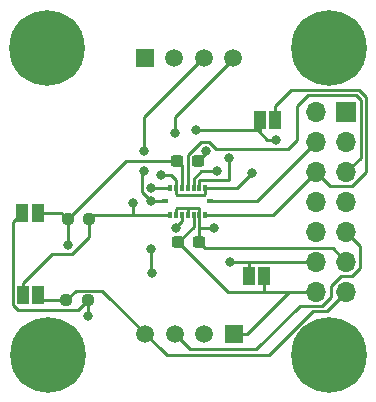
<source format=gbr>
%TF.GenerationSoftware,KiCad,Pcbnew,7.0.9*%
%TF.CreationDate,2024-01-29T17:54:31+11:00*%
%TF.ProjectId,BMI088_IMU_PCB,424d4930-3838-45f4-994d-555f5043422e,rev?*%
%TF.SameCoordinates,Original*%
%TF.FileFunction,Copper,L1,Top*%
%TF.FilePolarity,Positive*%
%FSLAX46Y46*%
G04 Gerber Fmt 4.6, Leading zero omitted, Abs format (unit mm)*
G04 Created by KiCad (PCBNEW 7.0.9) date 2024-01-29 17:54:31*
%MOMM*%
%LPD*%
G01*
G04 APERTURE LIST*
G04 Aperture macros list*
%AMRoundRect*
0 Rectangle with rounded corners*
0 $1 Rounding radius*
0 $2 $3 $4 $5 $6 $7 $8 $9 X,Y pos of 4 corners*
0 Add a 4 corners polygon primitive as box body*
4,1,4,$2,$3,$4,$5,$6,$7,$8,$9,$2,$3,0*
0 Add four circle primitives for the rounded corners*
1,1,$1+$1,$2,$3*
1,1,$1+$1,$4,$5*
1,1,$1+$1,$6,$7*
1,1,$1+$1,$8,$9*
0 Add four rect primitives between the rounded corners*
20,1,$1+$1,$2,$3,$4,$5,0*
20,1,$1+$1,$4,$5,$6,$7,0*
20,1,$1+$1,$6,$7,$8,$9,0*
20,1,$1+$1,$8,$9,$2,$3,0*%
G04 Aperture macros list end*
%TA.AperFunction,ComponentPad*%
%ADD10R,1.508000X1.508000*%
%TD*%
%TA.AperFunction,ComponentPad*%
%ADD11C,1.508000*%
%TD*%
%TA.AperFunction,SMDPad,CuDef*%
%ADD12R,0.350000X0.590000*%
%TD*%
%TA.AperFunction,SMDPad,CuDef*%
%ADD13R,0.590000X0.350000*%
%TD*%
%TA.AperFunction,ComponentPad*%
%ADD14C,6.400000*%
%TD*%
%TA.AperFunction,SMDPad,CuDef*%
%ADD15R,1.000000X1.500000*%
%TD*%
%TA.AperFunction,SMDPad,CuDef*%
%ADD16RoundRect,0.237500X-0.300000X-0.237500X0.300000X-0.237500X0.300000X0.237500X-0.300000X0.237500X0*%
%TD*%
%TA.AperFunction,SMDPad,CuDef*%
%ADD17RoundRect,0.237500X0.250000X0.237500X-0.250000X0.237500X-0.250000X-0.237500X0.250000X-0.237500X0*%
%TD*%
%TA.AperFunction,SMDPad,CuDef*%
%ADD18RoundRect,0.237500X-0.250000X-0.237500X0.250000X-0.237500X0.250000X0.237500X-0.250000X0.237500X0*%
%TD*%
%TA.AperFunction,ComponentPad*%
%ADD19R,1.700000X1.700000*%
%TD*%
%TA.AperFunction,ComponentPad*%
%ADD20O,1.700000X1.700000*%
%TD*%
%TA.AperFunction,ViaPad*%
%ADD21C,0.800000*%
%TD*%
%TA.AperFunction,Conductor*%
%ADD22C,0.250000*%
%TD*%
G04 APERTURE END LIST*
D10*
%TO.P,P1,1,1*%
%TO.N,VCC*%
X71690000Y-67240000D03*
D11*
%TO.P,P1,2,2*%
%TO.N,/SDA{slash}MOSI*%
X69190000Y-67240000D03*
%TO.P,P1,3,3*%
%TO.N,/SCL{slash}SCLK*%
X66690000Y-67240000D03*
%TO.P,P1,4,4*%
%TO.N,GND*%
X64190000Y-67240000D03*
%TD*%
D12*
%TO.P,U1,1,INT2*%
%TO.N,/INT2_A*%
X69300000Y-57190000D03*
%TO.P,U1,2,NC*%
%TO.N,GND*%
X68800000Y-57190000D03*
%TO.P,U1,3,VDD*%
%TO.N,VCC*%
X68300000Y-57190000D03*
%TO.P,U1,4,GNDA*%
%TO.N,GND*%
X67800000Y-57190000D03*
%TO.P,U1,5,CSB2*%
%TO.N,/CS_GYRO*%
X67300000Y-57190000D03*
%TO.P,U1,6,GNDIO*%
%TO.N,GND*%
X66800000Y-57190000D03*
%TO.P,U1,7,PS*%
%TO.N,/PS*%
X66300000Y-57190000D03*
D13*
%TO.P,U1,8,SCL/SCK*%
%TO.N,/SCL{slash}SCLK*%
X65885000Y-56025000D03*
D12*
%TO.P,U1,9,SDA/SDI*%
%TO.N,/SDA{slash}MOSI*%
X66300000Y-54860000D03*
%TO.P,U1,10,SDO2*%
%TO.N,/SDIO{slash}MISO*%
X66800000Y-54860000D03*
%TO.P,U1,11,VDDIO*%
%TO.N,VDDIO*%
X67300000Y-54860000D03*
%TO.P,U1,12,INT3*%
%TO.N,/INT3_G*%
X67800000Y-54860000D03*
%TO.P,U1,13,INT4*%
%TO.N,/INT4_G*%
X68300000Y-54860000D03*
%TO.P,U1,14,CSB1*%
%TO.N,/CS_ACCEL*%
X68800000Y-54860000D03*
%TO.P,U1,15,SDO1*%
%TO.N,/SDIO{slash}MISO*%
X69300000Y-54860000D03*
D13*
%TO.P,U1,16,INT1*%
%TO.N,/INT1_A*%
X69715000Y-56025000D03*
%TD*%
D14*
%TO.P,TH4,4*%
%TO.N,N/C*%
X79756000Y-69000000D03*
%TD*%
%TO.P,TH1,1*%
%TO.N,N/C*%
X55874000Y-43000000D03*
%TD*%
D15*
%TO.P,JP4,1,A*%
%TO.N,/PS*%
X53870000Y-63930000D03*
%TO.P,JP4,2,B*%
%TO.N,GND*%
X55170000Y-63930000D03*
%TD*%
D14*
%TO.P,TH3,3*%
%TO.N,N/C*%
X56000000Y-69000000D03*
%TD*%
D16*
%TO.P,C2,1*%
%TO.N,VDDIO*%
X66937500Y-52575000D03*
%TO.P,C2,2*%
%TO.N,GND*%
X68662500Y-52575000D03*
%TD*%
D17*
%TO.P,R1,1*%
%TO.N,/SDIO{slash}MISO*%
X59357500Y-64405000D03*
%TO.P,R1,2*%
%TO.N,GND*%
X57532500Y-64405000D03*
%TD*%
D15*
%TO.P,JP3,1,A*%
%TO.N,VDDIO*%
X55100000Y-57000000D03*
%TO.P,JP3,2,B*%
%TO.N,/SDIO{slash}MISO*%
X53800000Y-57000000D03*
%TD*%
%TO.P,JP1,1,A*%
%TO.N,VCC*%
X74270000Y-62350000D03*
%TO.P,JP1,2,B*%
%TO.N,VDDIO*%
X72970000Y-62350000D03*
%TD*%
D10*
%TO.P,P2,1,1*%
%TO.N,VCC*%
X64160000Y-43900000D03*
D11*
%TO.P,P2,2,2*%
%TO.N,/SDA{slash}MOSI*%
X66660000Y-43900000D03*
%TO.P,P2,3,3*%
%TO.N,/SCL{slash}SCLK*%
X69160000Y-43900000D03*
%TO.P,P2,4,4*%
%TO.N,GND*%
X71660000Y-43900000D03*
%TD*%
D18*
%TO.P,R2,1*%
%TO.N,VDDIO*%
X57637500Y-57550000D03*
%TO.P,R2,2*%
%TO.N,/PS*%
X59462500Y-57550000D03*
%TD*%
D19*
%TO.P,J1,1,Pin_1*%
%TO.N,/CS_ACCEL*%
X81250000Y-48450000D03*
D20*
%TO.P,J1,2,Pin_2*%
%TO.N,/PS*%
X78710000Y-48450000D03*
%TO.P,J1,3,Pin_3*%
%TO.N,/CS_GYRO*%
X81250000Y-50990000D03*
%TO.P,J1,4,Pin_4*%
%TO.N,/INT1_A*%
X78710000Y-50990000D03*
%TO.P,J1,5,Pin_5*%
%TO.N,/INT3_G*%
X81250000Y-53530000D03*
%TO.P,J1,6,Pin_6*%
%TO.N,/INT2_A*%
X78710000Y-53530000D03*
%TO.P,J1,7,Pin_7*%
%TO.N,/INT4_G*%
X81250000Y-56070000D03*
%TO.P,J1,8,Pin_8*%
%TO.N,/SDIO{slash}MISO*%
X78710000Y-56070000D03*
%TO.P,J1,9,Pin_9*%
%TO.N,/SCL{slash}SCLK*%
X81250000Y-58610000D03*
%TO.P,J1,10,Pin_10*%
%TO.N,/SDA{slash}MOSI*%
X78710000Y-58610000D03*
%TO.P,J1,11,Pin_11*%
%TO.N,GND*%
X81250000Y-61150000D03*
%TO.P,J1,12,Pin_12*%
%TO.N,VDDIO*%
X78710000Y-61150000D03*
%TO.P,J1,13,Pin_13*%
%TO.N,GND*%
X81250000Y-63690000D03*
%TO.P,J1,14,Pin_14*%
%TO.N,VCC*%
X78710000Y-63690000D03*
%TD*%
D16*
%TO.P,C1,1*%
%TO.N,VCC*%
X67012500Y-59450000D03*
%TO.P,C1,2*%
%TO.N,GND*%
X68737500Y-59450000D03*
%TD*%
D14*
%TO.P,TH2,2*%
%TO.N,N/C*%
X79750000Y-43000000D03*
%TD*%
D15*
%TO.P,JP2,1,A*%
%TO.N,/INT2_A*%
X75200000Y-49110000D03*
%TO.P,JP2,2,B*%
%TO.N,/INT4_G*%
X73900000Y-49110000D03*
%TD*%
D21*
%TO.N,GND*%
X70030000Y-58320000D03*
X66720000Y-50230000D03*
X69320000Y-51730000D03*
%TO.N,VDDIO*%
X71400000Y-61190000D03*
X57690000Y-59750000D03*
%TO.N,/INT4_G*%
X75260000Y-50790000D03*
X70250000Y-53490000D03*
X68530000Y-49970000D03*
%TO.N,/SCL{slash}SCLK*%
X64720000Y-60080000D03*
X64750000Y-62110000D03*
X64110000Y-51750000D03*
X64100000Y-53480000D03*
X64730000Y-56020000D03*
%TO.N,/SDA{slash}MOSI*%
X64690000Y-54860000D03*
%TO.N,/SDIO{slash}MISO*%
X73220000Y-53650000D03*
X59390000Y-65730000D03*
X65540000Y-53830000D03*
%TO.N,/PS*%
X63170000Y-56200000D03*
%TO.N,/CS_GYRO*%
X66800000Y-58250000D03*
%TO.N,/CS_ACCEL*%
X71290000Y-52390000D03*
%TD*%
D22*
%TO.N,GND*%
X69320000Y-51730000D02*
X69320000Y-51917500D01*
X74700897Y-69070000D02*
X78455897Y-65315000D01*
X68800000Y-56645000D02*
X68725000Y-56570000D01*
X66720000Y-50230000D02*
X66630000Y-50230000D01*
X68800000Y-58290000D02*
X68800000Y-57190000D01*
X67800000Y-56590000D02*
X67800000Y-57190000D01*
X79625000Y-65315000D02*
X81250000Y-63690000D01*
X66875000Y-56570000D02*
X66800000Y-56645000D01*
X58332500Y-63605000D02*
X60555000Y-63605000D01*
X69960000Y-58290000D02*
X70030000Y-58320000D01*
X68737500Y-59450000D02*
X69262500Y-59975000D01*
X67820000Y-56570000D02*
X67800000Y-56590000D01*
X55645000Y-64405000D02*
X55170000Y-63930000D01*
X69262500Y-59975000D02*
X80075000Y-59975000D01*
X66720000Y-50230000D02*
X66700000Y-50210000D01*
X70020000Y-58290000D02*
X69990000Y-58290000D01*
X66700000Y-48860000D02*
X71610000Y-43950000D01*
X70030000Y-58320000D02*
X70020000Y-58290000D01*
X68737500Y-59450000D02*
X68800000Y-59387500D01*
X69320000Y-51917500D02*
X68662500Y-52575000D01*
X67780000Y-56570000D02*
X66875000Y-56570000D01*
X57532500Y-64405000D02*
X55645000Y-64405000D01*
X80075000Y-59975000D02*
X81250000Y-61150000D01*
X67800000Y-56590000D02*
X67780000Y-56570000D01*
X57532500Y-64405000D02*
X58332500Y-63605000D01*
X60555000Y-63605000D02*
X66020000Y-69070000D01*
X69170000Y-51880000D02*
X69120000Y-51880000D01*
X69320000Y-51730000D02*
X69170000Y-51880000D01*
X78455897Y-65315000D02*
X79625000Y-65315000D01*
X66800000Y-56645000D02*
X66800000Y-57190000D01*
X71610000Y-43950000D02*
X71610000Y-43920000D01*
X68800000Y-58290000D02*
X69960000Y-58290000D01*
X66700000Y-50210000D02*
X66700000Y-48860000D01*
X68800000Y-57190000D02*
X68800000Y-56645000D01*
X66020000Y-69070000D02*
X74700897Y-69070000D01*
X68725000Y-56570000D02*
X67820000Y-56570000D01*
X68800000Y-59387500D02*
X68800000Y-58290000D01*
%TO.N,VCC*%
X74270000Y-62350000D02*
X74270000Y-63680000D01*
X71252500Y-63690000D02*
X67012500Y-59450000D01*
X74270000Y-63680000D02*
X74280000Y-63690000D01*
X68300000Y-57190000D02*
X68300000Y-58162500D01*
X72840000Y-67240000D02*
X76390000Y-63690000D01*
X68300000Y-58162500D02*
X67012500Y-59450000D01*
X78710000Y-63690000D02*
X74280000Y-63690000D01*
X76390000Y-63690000D02*
X78710000Y-63690000D01*
X71460000Y-67240000D02*
X72840000Y-67240000D01*
X74280000Y-63690000D02*
X71252500Y-63690000D01*
X71450000Y-67250000D02*
X71460000Y-67240000D01*
%TO.N,VDDIO*%
X57637500Y-59697500D02*
X57690000Y-59750000D01*
X78710000Y-61140000D02*
X78710000Y-61150000D01*
X72970000Y-62350000D02*
X72970000Y-61180000D01*
X71400000Y-61190000D02*
X71400000Y-61080000D01*
X62612500Y-52575000D02*
X57637500Y-57550000D01*
X67300000Y-52937500D02*
X66937500Y-52575000D01*
X71400000Y-61080000D02*
X71420000Y-61100000D01*
X72940000Y-61150000D02*
X71470000Y-61150000D01*
X66937500Y-52575000D02*
X62612500Y-52575000D01*
X71470000Y-61150000D02*
X71510000Y-61190000D01*
X55100000Y-57000000D02*
X57087500Y-57000000D01*
X67300000Y-54860000D02*
X67300000Y-52937500D01*
X78710000Y-61140000D02*
X78570000Y-61000000D01*
X57087500Y-57000000D02*
X57637500Y-57550000D01*
X72970000Y-61180000D02*
X72940000Y-61150000D01*
X57637500Y-57550000D02*
X57637500Y-59697500D01*
X78710000Y-61150000D02*
X72940000Y-61150000D01*
X71510000Y-61190000D02*
X71400000Y-61190000D01*
%TO.N,/INT2_A*%
X75440000Y-48870000D02*
X75440000Y-48860000D01*
X75050000Y-57190000D02*
X78710000Y-53530000D01*
X82276396Y-46610000D02*
X82890000Y-47223604D01*
X69300000Y-57190000D02*
X75050000Y-57190000D01*
X79885000Y-54705000D02*
X78710000Y-53530000D01*
X75200000Y-49110000D02*
X75440000Y-48870000D01*
X82890000Y-47223604D02*
X82890000Y-53551701D01*
X81736701Y-54705000D02*
X79885000Y-54705000D01*
X76580000Y-46610000D02*
X82276396Y-46610000D01*
X82890000Y-53551701D02*
X81736701Y-54705000D01*
X75200000Y-47990000D02*
X76580000Y-46610000D01*
X75200000Y-49110000D02*
X75200000Y-47990000D01*
%TO.N,/INT4_G*%
X73720000Y-49970000D02*
X73900000Y-50150000D01*
X68300000Y-54860000D02*
X68300000Y-54103604D01*
X68300000Y-54103604D02*
X68913604Y-53490000D01*
X68530000Y-49970000D02*
X73720000Y-49970000D01*
X73900000Y-50150000D02*
X74540000Y-50790000D01*
X70250000Y-53490000D02*
X70150000Y-53490000D01*
X75260000Y-50790000D02*
X74540000Y-50790000D01*
X73900000Y-49110000D02*
X73900000Y-50150000D01*
X68530000Y-49970000D02*
X68490000Y-49970000D01*
X68913604Y-53490000D02*
X70250000Y-53490000D01*
%TO.N,/SCL{slash}SCLK*%
X68010000Y-68560000D02*
X73600000Y-68560000D01*
X82425000Y-59785000D02*
X81250000Y-58610000D01*
X82425000Y-61636701D02*
X82425000Y-59785000D01*
X63965000Y-53615000D02*
X64100000Y-53480000D01*
X73600000Y-68560000D02*
X77295000Y-64865000D01*
X64070000Y-51710000D02*
X64110000Y-51750000D01*
X79196701Y-64865000D02*
X79919302Y-64142399D01*
X64070000Y-48900000D02*
X64070000Y-51710000D01*
X63965000Y-55255000D02*
X63965000Y-53615000D01*
X64720000Y-60080000D02*
X64720000Y-62080000D01*
X64730000Y-56020000D02*
X63965000Y-55255000D01*
X69070000Y-43900000D02*
X64070000Y-48900000D01*
X79919302Y-64142399D02*
X79919302Y-63168997D01*
X69110000Y-43920000D02*
X69090000Y-43900000D01*
X81736701Y-62325000D02*
X82425000Y-61636701D01*
X66690000Y-67240000D02*
X68010000Y-68560000D01*
X77295000Y-64865000D02*
X79196701Y-64865000D01*
X80763299Y-62325000D02*
X81736701Y-62325000D01*
X64110000Y-51750000D02*
X64070000Y-51790000D01*
X69090000Y-43900000D02*
X69070000Y-43900000D01*
X64735000Y-56025000D02*
X64730000Y-56020000D01*
X64720000Y-62080000D02*
X64750000Y-62110000D01*
X64070000Y-51790000D02*
X64070000Y-51950000D01*
X79919302Y-63168997D02*
X80763299Y-62325000D01*
X65885000Y-56025000D02*
X64735000Y-56025000D01*
%TO.N,/SDA{slash}MOSI*%
X64740000Y-54860000D02*
X64690000Y-54860000D01*
X64730000Y-54850000D02*
X64740000Y-54860000D01*
X64740000Y-54860000D02*
X66300000Y-54860000D01*
X64690000Y-54860000D02*
X64690000Y-54810000D01*
X64690000Y-54810000D02*
X64740000Y-54860000D01*
%TO.N,/SDIO{slash}MISO*%
X66875000Y-55480000D02*
X66800000Y-55405000D01*
X66800000Y-54240000D02*
X66370000Y-53810000D01*
X53415000Y-65210000D02*
X58552500Y-65210000D01*
X65540000Y-53830000D02*
X65640000Y-53810000D01*
X53045000Y-64840000D02*
X53415000Y-65210000D01*
X69225000Y-55480000D02*
X66875000Y-55480000D01*
X58552500Y-65210000D02*
X59357500Y-64405000D01*
X53800000Y-57000000D02*
X53045000Y-57755000D01*
X65680000Y-53810000D02*
X65540000Y-53830000D01*
X69300000Y-55405000D02*
X69225000Y-55480000D01*
X69300000Y-54860000D02*
X72010000Y-54860000D01*
X69300000Y-54860000D02*
X69300000Y-55405000D01*
X53045000Y-57755000D02*
X53045000Y-64840000D01*
X59390000Y-65730000D02*
X59260000Y-65730000D01*
X66800000Y-54860000D02*
X66800000Y-54240000D01*
X66370000Y-53810000D02*
X65680000Y-53810000D01*
X59260000Y-65730000D02*
X59350000Y-65640000D01*
X59357500Y-65632500D02*
X59390000Y-65600000D01*
X59390000Y-65600000D02*
X59390000Y-65730000D01*
X59357500Y-64405000D02*
X59357500Y-65632500D01*
X66800000Y-55405000D02*
X66800000Y-54860000D01*
X72010000Y-54860000D02*
X73220000Y-53650000D01*
X65640000Y-53810000D02*
X65660000Y-53810000D01*
%TO.N,/PS*%
X57990305Y-60475000D02*
X59462500Y-59002805D01*
X63180000Y-57190000D02*
X63720000Y-57190000D01*
X56325000Y-60475000D02*
X57990305Y-60475000D01*
X63170000Y-56270000D02*
X63170000Y-56200000D01*
X63180000Y-57190000D02*
X63180000Y-56260000D01*
X63720000Y-57190000D02*
X66300000Y-57190000D01*
X53870000Y-63930000D02*
X53870000Y-62930000D01*
X53870000Y-62930000D02*
X56325000Y-60475000D01*
X59462500Y-59002805D02*
X59462500Y-57550000D01*
X59462500Y-57550000D02*
X59822500Y-57190000D01*
X63170000Y-56200000D02*
X63240000Y-56200000D01*
X59822500Y-57190000D02*
X63180000Y-57190000D01*
X63240000Y-56200000D02*
X63200000Y-56240000D01*
X63180000Y-56260000D02*
X63170000Y-56270000D01*
%TO.N,/CS_GYRO*%
X66800000Y-58250000D02*
X66720000Y-58250000D01*
X67300000Y-57670000D02*
X66800000Y-58170000D01*
X66800000Y-58170000D02*
X66800000Y-58250000D01*
X67300000Y-57190000D02*
X67300000Y-57670000D01*
X66720000Y-58250000D02*
X66790000Y-58180000D01*
%TO.N,/INT1_A*%
X73675000Y-56025000D02*
X78710000Y-50990000D01*
X69715000Y-56025000D02*
X73675000Y-56025000D01*
%TO.N,/CS_ACCEL*%
X71330000Y-54240000D02*
X71330000Y-52410000D01*
X71290000Y-52390000D02*
X71290000Y-52450000D01*
X68800000Y-54240000D02*
X71330000Y-54240000D01*
X71330000Y-52410000D02*
X71350000Y-52390000D01*
X68800000Y-54860000D02*
X68800000Y-54240000D01*
X71290000Y-52450000D02*
X71390000Y-52350000D01*
X71350000Y-52390000D02*
X71290000Y-52390000D01*
%TO.N,/INT3_G*%
X82440000Y-47410000D02*
X82440000Y-52340000D01*
X76340000Y-51560000D02*
X77070000Y-50830000D01*
X69620305Y-51005000D02*
X70175305Y-51560000D01*
X77980000Y-47060000D02*
X82090000Y-47060000D01*
X68892924Y-51005000D02*
X69620305Y-51005000D01*
X67800000Y-54860000D02*
X67800000Y-52097924D01*
X82090000Y-47060000D02*
X82440000Y-47410000D01*
X82440000Y-52340000D02*
X81250000Y-53530000D01*
X77070000Y-50830000D02*
X77070000Y-47970000D01*
X67800000Y-52097924D02*
X68892924Y-51005000D01*
X77070000Y-47970000D02*
X77980000Y-47060000D01*
X70175305Y-51560000D02*
X76340000Y-51560000D01*
%TD*%
M02*

</source>
